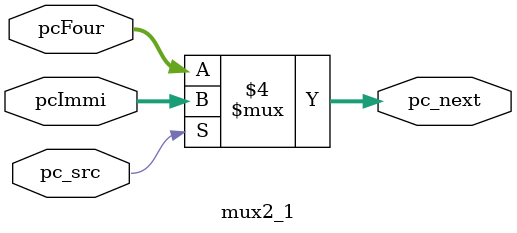
<source format=sv>
module mux2_1 #(parameter N = 32) 
  (input logic [N-1:0] pcFour,
  input logic [N-1:0] pcImmi,
  input logic pc_src,
  output logic [N-1:0] pc_next
  );
  always_comb
  begin
   if(pc_src==0)
		pc_next=pcFour;
	else
		pc_next=pcImmi;
  end
  endmodule 
</source>
